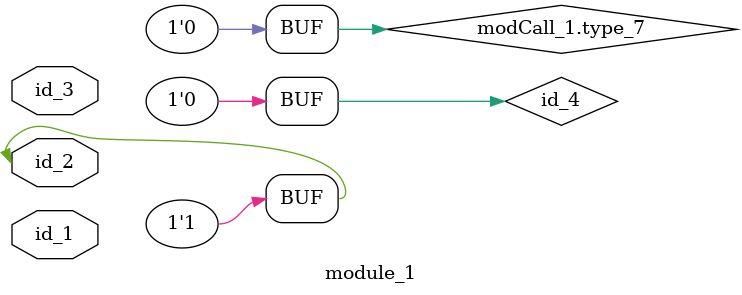
<source format=v>
module module_0;
  wire id_1;
  wand id_2 = 1;
  wire id_3;
  wand id_4;
  wire id_5;
  assign id_4 = 1;
endmodule
module module_1 (
    id_1,
    id_2,
    id_3
);
  input wire id_3;
  inout wire id_2;
  input wire id_1;
  always @(id_3) begin : LABEL_0
    if (~id_1)
      if (1) id_2 <= 1;
      else $display((1), id_1);
    else if (1) if (1) id_2 <= 1;
  end
  reg id_4;
  module_0 modCall_1 ();
  assign modCall_1.type_7 = 0;
  always
    if (1) id_4 <= "";
    else id_2 = 1;
endmodule

</source>
